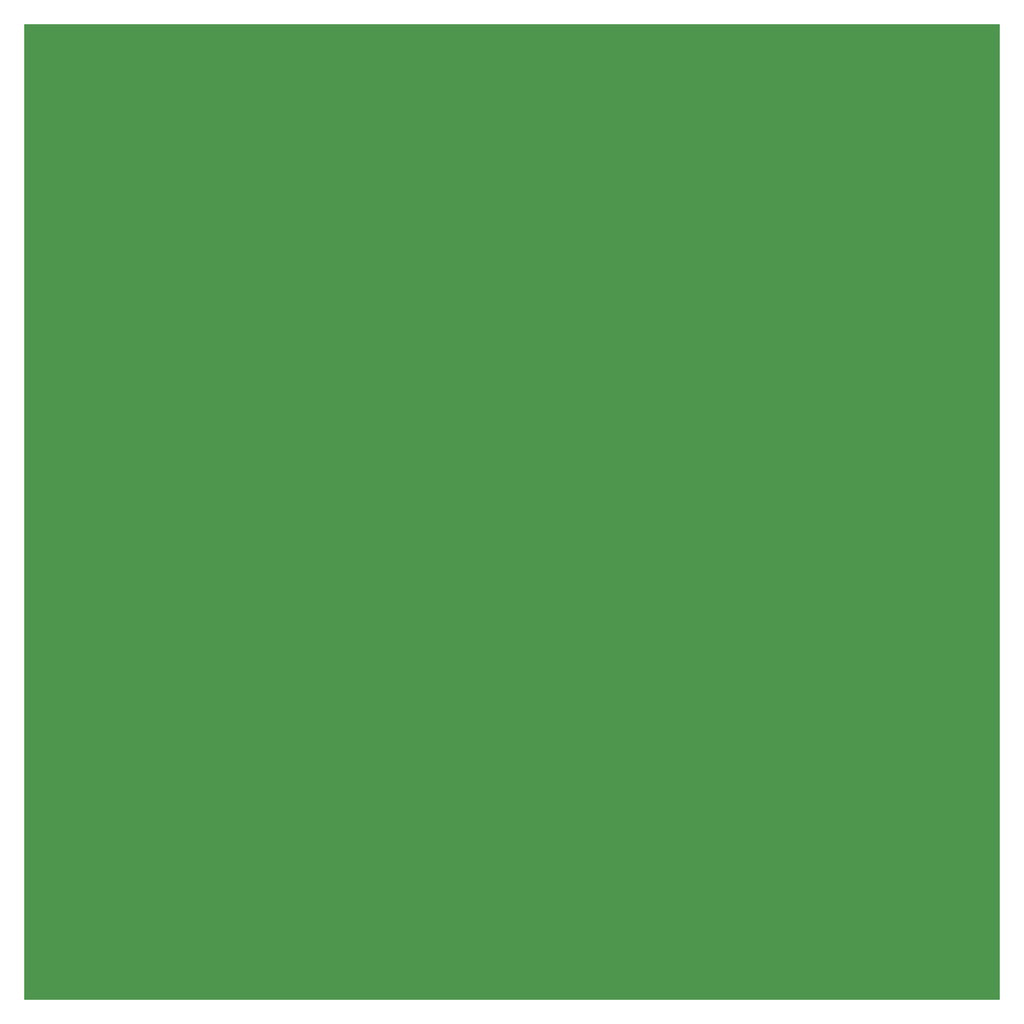
<source format=gbr>
%TF.GenerationSoftware,Altium Limited,Altium Designer,19.0.15 (446)*%
G04 Layer_Physical_Order=2*
G04 Layer_Color=16711680*
%FSLAX45Y45*%
%MOMM*%
%TF.FileFunction,Copper,L2,Bot,Signal*%
%TF.Part,Single*%
G01*
G75*
G36*
X15000000Y0D02*
X0D01*
Y15000000D01*
X15000000D01*
Y0D01*
D02*
G37*
%TF.MD5,6e6eb653d6abc967d604609b0bdf6c96*%
M02*

</source>
